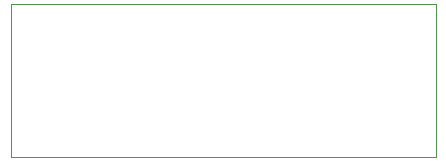
<source format=gbr>
%FSLAX34Y34*%
%MOMM*%
%LNOUTLINE*%
G71*
G01*
%ADD10C,0.002*%
%LPD*%
G54D10*
X0Y1000000D02*
X360000Y1000000D01*
X360000Y870000D01*
X0Y870000D01*
X0Y1000000D01*
M02*

</source>
